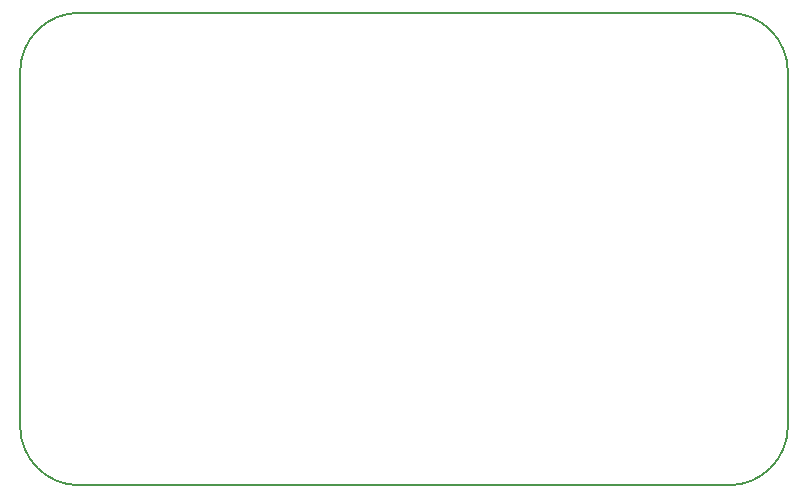
<source format=gbr>
%TF.GenerationSoftware,KiCad,Pcbnew,(5.1.6)-1*%
%TF.CreationDate,2020-12-10T00:03:04+01:00*%
%TF.ProjectId,06_I2C_2_NEOPIXELS,30365f49-3243-45f3-925f-4e454f504958,rev?*%
%TF.SameCoordinates,Original*%
%TF.FileFunction,Paste,Bot*%
%TF.FilePolarity,Positive*%
%FSLAX46Y46*%
G04 Gerber Fmt 4.6, Leading zero omitted, Abs format (unit mm)*
G04 Created by KiCad (PCBNEW (5.1.6)-1) date 2020-12-10 00:03:04*
%MOMM*%
%LPD*%
G01*
G04 APERTURE LIST*
%TA.AperFunction,Profile*%
%ADD10C,0.150000*%
%TD*%
G04 APERTURE END LIST*
D10*
X160000000Y-55000000D02*
G75*
G02*
X165000000Y-60000000I0J-5000000D01*
G01*
X165000000Y-90000000D02*
G75*
G02*
X160000000Y-95000000I-5000000J0D01*
G01*
X105000000Y-95000000D02*
G75*
G02*
X100000000Y-90000000I0J5000000D01*
G01*
X100000000Y-60000000D02*
G75*
G02*
X105000000Y-55000000I5000000J0D01*
G01*
X100000000Y-90000000D02*
X100000000Y-60000000D01*
X160000000Y-95000000D02*
X105000000Y-95000000D01*
X165000000Y-60000000D02*
X165000000Y-90000000D01*
X105000000Y-55000000D02*
X160000000Y-55000000D01*
M02*

</source>
